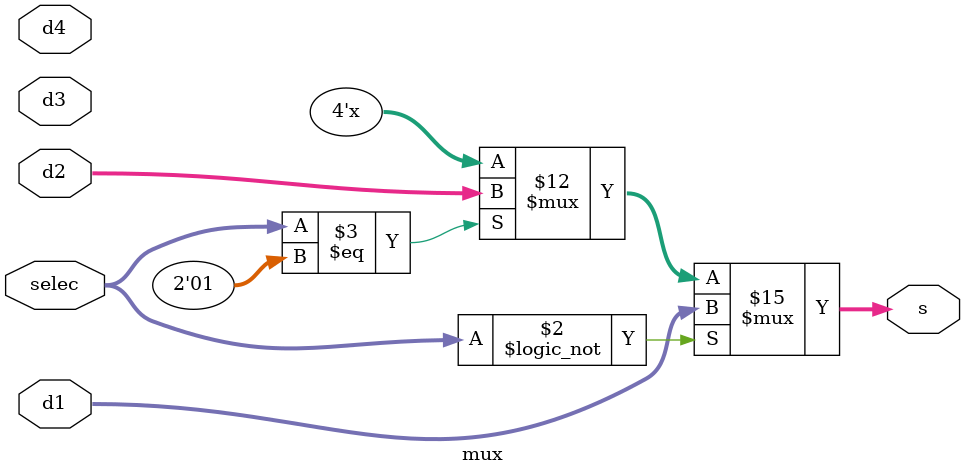
<source format=v>


module mux ( output [3:0]s, input[3:0]d1, input[3:0]d2, input [3:0] d3, input [3:0] d4, input [1:0] selec );
reg [3:0]s;
always @ (d1 or d2 or d3 or d4 or selec)
begin
if ( selec == 00 )
begin
s <= d1;
end
else
if ( selec == 01 )
begin
s <= d2;
end
else
if ( selec == 10 )
begin
s <= d3;
end
else 
if ( selec == 11 )
begin
s <= d4;
end
end
endmodule
</source>
